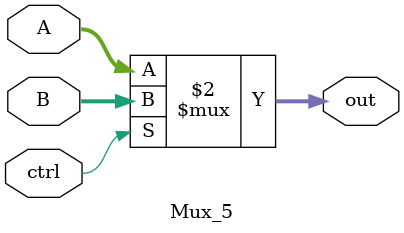
<source format=v>
`ifndef MODULE_MUX_5
`define MODULE_MUX_5
`timescale 1ns / 1ps


module Mux_5(A, B, ctrl, out);
    input [4:0] A;
    input [4:0] B;
    input ctrl; 
    output [4:0] out; 
    assign out = (ctrl == 1'b0) ? A : B;
endmodule
`endif
</source>
